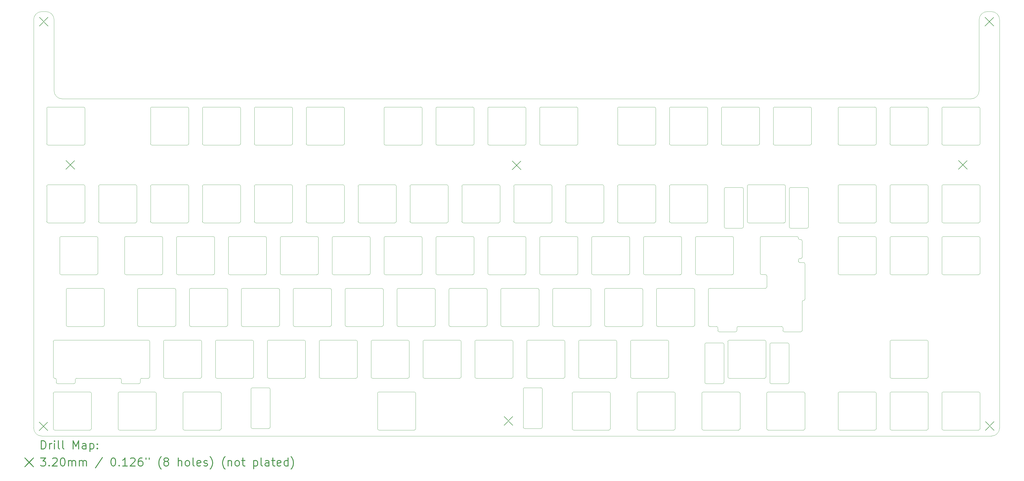
<source format=gbr>
%FSLAX45Y45*%
G04 Gerber Fmt 4.5, Leading zero omitted, Abs format (unit mm)*
G04 Created by KiCad (PCBNEW (5.1.9)-1) date 2021-05-22 18:04:57*
%MOMM*%
%LPD*%
G01*
G04 APERTURE LIST*
%TA.AperFunction,Profile*%
%ADD10C,0.100000*%
%TD*%
%ADD11C,0.200000*%
%ADD12C,0.300000*%
G04 APERTURE END LIST*
D10*
X38202500Y-8878500D02*
G75*
G02*
X37902500Y-9178500I-300000J0D01*
G01*
X38202500Y-6268500D02*
X38202500Y-8878500D01*
X4542500Y-9178500D02*
X37902500Y-9178500D01*
X4542500Y-9178500D02*
G75*
G02*
X4242500Y-8878500I0J300000D01*
G01*
X4242500Y-6268500D02*
X4242500Y-8878500D01*
X3942500Y-5968500D02*
G75*
G02*
X4242500Y-6268500I0J-300000D01*
G01*
X38202500Y-6268500D02*
G75*
G02*
X38502500Y-5968500I300000J0D01*
G01*
X38652500Y-5968500D02*
X38502500Y-5968500D01*
X3792500Y-5968500D02*
X3942500Y-5968500D01*
X38952500Y-6268500D02*
X38952500Y-21278500D01*
X5021075Y-19501000D02*
G75*
G02*
X5071075Y-19451000I50000J0D01*
G01*
X4260875Y-18051000D02*
X7704000Y-18051000D01*
X30997450Y-17596100D02*
X30997450Y-17696000D01*
X31704625Y-16643094D02*
G75*
G02*
X31754625Y-16593094I50000J0D01*
G01*
X29309832Y-17596102D02*
G75*
G02*
X29359832Y-17546102I50000J0D01*
G01*
X29309825Y-17696000D02*
X29309832Y-17596102D01*
X28559732Y-17546102D02*
G75*
G02*
X28609732Y-17596102I0J-50000D01*
G01*
X28609825Y-17696000D02*
X28609732Y-17596102D01*
X30404750Y-16095978D02*
X30404750Y-15687000D01*
X30404750Y-16095978D02*
G75*
G02*
X30354750Y-16145978I-50000J0D01*
G01*
X30354750Y-15637000D02*
X30214750Y-15637000D01*
X30214750Y-15637000D02*
G75*
G02*
X30164750Y-15587000I0J50000D01*
G01*
X30354750Y-15637000D02*
G75*
G02*
X30404750Y-15687000I0J-50000D01*
G01*
X31615000Y-15193500D02*
G75*
G02*
X31565000Y-15143500I0J50000D01*
G01*
X31654625Y-15049700D02*
X31615000Y-15049700D01*
X31565000Y-15099700D02*
G75*
G02*
X31615000Y-15049700I50000J0D01*
G01*
X31615000Y-14350000D02*
G75*
G02*
X31565000Y-14300000I0J50000D01*
G01*
X31565000Y-15143500D02*
X31565000Y-15099700D01*
X31515000Y-14238000D02*
G75*
G02*
X31565000Y-14288000I0J-50000D01*
G01*
X30164750Y-15587000D02*
X30165000Y-14288000D01*
X31565000Y-14288000D02*
X31565000Y-14300000D01*
X30215000Y-14238000D02*
X31515000Y-14238000D01*
X7408675Y-19501000D02*
G75*
G02*
X7458675Y-19451000I50000J0D01*
G01*
X7704000Y-19451000D02*
X7458675Y-19451000D01*
X7408675Y-19601000D02*
X7408675Y-19501000D01*
X6708675Y-19501000D02*
X6708675Y-19601000D01*
X6658675Y-19451000D02*
G75*
G02*
X6708675Y-19501000I0J-50000D01*
G01*
X6658675Y-19451000D02*
X5071075Y-19451000D01*
X5021075Y-19601000D02*
X5021075Y-19501000D01*
X4321075Y-19501000D02*
X4321075Y-19601000D01*
X4260875Y-19451000D02*
X4271075Y-19451000D01*
X4271075Y-19451000D02*
G75*
G02*
X4321075Y-19501000I0J-50000D01*
G01*
X4371075Y-19651000D02*
X4971075Y-19651000D01*
X29309825Y-17696000D02*
G75*
G02*
X29259825Y-17746000I-50000J0D01*
G01*
X31704625Y-17695924D02*
G75*
G02*
X31654625Y-17745924I-50000J0D01*
G01*
X6758675Y-19651000D02*
G75*
G02*
X6708675Y-19601000I0J50000D01*
G01*
X7408675Y-19601000D02*
G75*
G02*
X7358675Y-19651000I-50000J0D01*
G01*
X28659825Y-17746000D02*
X29259825Y-17746000D01*
X6758675Y-19651000D02*
X7358675Y-19651000D01*
X31047425Y-17746000D02*
G75*
G02*
X30997425Y-17696000I0J50000D01*
G01*
X5021075Y-19601000D02*
G75*
G02*
X4971075Y-19651000I-50000J0D01*
G01*
X4371075Y-19651000D02*
G75*
G02*
X4321075Y-19601000I0J50000D01*
G01*
X28659825Y-17746000D02*
G75*
G02*
X28609825Y-17696000I0J50000D01*
G01*
X30947450Y-17546100D02*
G75*
G02*
X30997450Y-17596100I0J-50000D01*
G01*
X31047610Y-17745962D02*
X31654625Y-17745924D01*
X29359832Y-17546102D02*
X30947450Y-17546100D01*
X31654625Y-14349700D02*
X31615000Y-14350000D01*
X27785250Y-14291000D02*
G75*
G02*
X27835250Y-14241000I50000J0D01*
G01*
X29185250Y-15591000D02*
G75*
G02*
X29135250Y-15641000I-50000J0D01*
G01*
X34929000Y-14291000D02*
X34929000Y-15591000D01*
X34424000Y-15591000D02*
G75*
G02*
X34374000Y-15641000I-50000J0D01*
G01*
X31704625Y-16643094D02*
X31704625Y-17695924D01*
X36329000Y-15591000D02*
G75*
G02*
X36279000Y-15641000I-50000J0D01*
G01*
X30165000Y-14288000D02*
G75*
G02*
X30215000Y-14238000I50000J0D01*
G01*
X31754625Y-15193500D02*
X31615000Y-15193500D01*
X36279000Y-14241000D02*
G75*
G02*
X36329000Y-14291000I0J-50000D01*
G01*
X36329000Y-14291000D02*
X36329000Y-15591000D01*
X31654625Y-14349700D02*
G75*
G02*
X31704625Y-14399700I0J-50000D01*
G01*
X31704625Y-14399700D02*
X31704625Y-14999700D01*
X31804625Y-16543094D02*
G75*
G02*
X31754625Y-16593094I-50000J0D01*
G01*
X34424000Y-14291000D02*
X34424000Y-15591000D01*
X33074000Y-15641000D02*
X34374000Y-15641000D01*
X31704625Y-14999700D02*
G75*
G02*
X31654625Y-15049700I-50000J0D01*
G01*
X31804625Y-15243500D02*
X31804625Y-16543094D01*
X29135250Y-14241000D02*
G75*
G02*
X29185250Y-14291000I0J-50000D01*
G01*
X34929000Y-14291000D02*
G75*
G02*
X34979000Y-14241000I50000J0D01*
G01*
X27835250Y-15641000D02*
G75*
G02*
X27785250Y-15591000I0J50000D01*
G01*
X33074000Y-15641000D02*
G75*
G02*
X33024000Y-15591000I0J50000D01*
G01*
X31754625Y-15193500D02*
G75*
G02*
X31804625Y-15243500I0J-50000D01*
G01*
X34979000Y-15641000D02*
X36279000Y-15641000D01*
X33024000Y-14291000D02*
X33024000Y-15591000D01*
X36884000Y-14241000D02*
X38184000Y-14241000D01*
X36884000Y-15641000D02*
G75*
G02*
X36834000Y-15591000I0J50000D01*
G01*
X38184000Y-14241000D02*
G75*
G02*
X38234000Y-14291000I0J-50000D01*
G01*
X34374000Y-14241000D02*
G75*
G02*
X34424000Y-14291000I0J-50000D01*
G01*
X36834000Y-14291000D02*
G75*
G02*
X36884000Y-14241000I50000J0D01*
G01*
X34979000Y-15641000D02*
G75*
G02*
X34929000Y-15591000I0J50000D01*
G01*
X38234000Y-14291000D02*
X38234000Y-15591000D01*
X33074000Y-14241000D02*
X34374000Y-14241000D01*
X36834000Y-14291000D02*
X36834000Y-15591000D01*
X36884000Y-15641000D02*
X38184000Y-15641000D01*
X34979000Y-14241000D02*
X36279000Y-14241000D01*
X33024000Y-14291000D02*
G75*
G02*
X33074000Y-14241000I50000J0D01*
G01*
X27230250Y-14241000D02*
G75*
G02*
X27280250Y-14291000I0J-50000D01*
G01*
X20215250Y-15641000D02*
X21515250Y-15641000D01*
X18260250Y-14291000D02*
G75*
G02*
X18310250Y-14241000I50000J0D01*
G01*
X25880250Y-14291000D02*
X25880250Y-15591000D01*
X19610250Y-14241000D02*
G75*
G02*
X19660250Y-14291000I0J-50000D01*
G01*
X19660250Y-14291000D02*
X19660250Y-15591000D01*
X16355250Y-14291000D02*
G75*
G02*
X16405250Y-14241000I50000J0D01*
G01*
X16405250Y-14241000D02*
X17705250Y-14241000D01*
X20165250Y-14291000D02*
X20165250Y-15591000D01*
X20215250Y-15641000D02*
G75*
G02*
X20165250Y-15591000I0J50000D01*
G01*
X17705250Y-14241000D02*
G75*
G02*
X17755250Y-14291000I0J-50000D01*
G01*
X24025250Y-14241000D02*
X25325250Y-14241000D01*
X25930250Y-15641000D02*
G75*
G02*
X25880250Y-15591000I0J50000D01*
G01*
X27835250Y-14241000D02*
X29135250Y-14241000D01*
X20165250Y-14291000D02*
G75*
G02*
X20215250Y-14241000I50000J0D01*
G01*
X16405250Y-15641000D02*
G75*
G02*
X16355250Y-15591000I0J50000D01*
G01*
X25930250Y-14241000D02*
X27230250Y-14241000D01*
X23420250Y-14241000D02*
G75*
G02*
X23470250Y-14291000I0J-50000D01*
G01*
X14450250Y-14291000D02*
G75*
G02*
X14500250Y-14241000I50000J0D01*
G01*
X16355250Y-14291000D02*
X16355250Y-15591000D01*
X12545250Y-14291000D02*
G75*
G02*
X12595250Y-14241000I50000J0D01*
G01*
X15850250Y-15591000D02*
G75*
G02*
X15800250Y-15641000I-50000J0D01*
G01*
X16405250Y-15641000D02*
X17705250Y-15641000D01*
X27280250Y-14291000D02*
X27280250Y-15591000D01*
X21565250Y-15591000D02*
G75*
G02*
X21515250Y-15641000I-50000J0D01*
G01*
X14500250Y-14241000D02*
X15800250Y-14241000D01*
X21565250Y-14291000D02*
X21565250Y-15591000D01*
X18310250Y-15641000D02*
G75*
G02*
X18260250Y-15591000I0J50000D01*
G01*
X20215250Y-14241000D02*
X21515250Y-14241000D01*
X12595250Y-15641000D02*
G75*
G02*
X12545250Y-15591000I0J50000D01*
G01*
X27785250Y-14291000D02*
X27785250Y-15591000D01*
X14500250Y-15641000D02*
X15800250Y-15641000D01*
X23470250Y-14291000D02*
X23470250Y-15591000D01*
X25880250Y-14291000D02*
G75*
G02*
X25930250Y-14241000I50000J0D01*
G01*
X25930250Y-15641000D02*
X27230250Y-15641000D01*
X25375250Y-15591000D02*
G75*
G02*
X25325250Y-15641000I-50000J0D01*
G01*
X24025250Y-15641000D02*
G75*
G02*
X23975250Y-15591000I0J50000D01*
G01*
X13895250Y-14241000D02*
G75*
G02*
X13945250Y-14291000I0J-50000D01*
G01*
X25325250Y-14241000D02*
G75*
G02*
X25375250Y-14291000I0J-50000D01*
G01*
X14500250Y-15641000D02*
G75*
G02*
X14450250Y-15591000I0J50000D01*
G01*
X22120250Y-15641000D02*
X23420250Y-15641000D01*
X21515250Y-14241000D02*
G75*
G02*
X21565250Y-14291000I0J-50000D01*
G01*
X23975250Y-14291000D02*
G75*
G02*
X24025250Y-14241000I50000J0D01*
G01*
X25375250Y-14291000D02*
X25375250Y-15591000D01*
X19660250Y-15591000D02*
G75*
G02*
X19610250Y-15641000I-50000J0D01*
G01*
X23975250Y-14291000D02*
X23975250Y-15591000D01*
X24025250Y-15641000D02*
X25325250Y-15641000D01*
X23470250Y-15591000D02*
G75*
G02*
X23420250Y-15641000I-50000J0D01*
G01*
X18260250Y-14291000D02*
X18260250Y-15591000D01*
X17755250Y-15591000D02*
G75*
G02*
X17705250Y-15641000I-50000J0D01*
G01*
X17755250Y-14291000D02*
X17755250Y-15591000D01*
X22120250Y-15641000D02*
G75*
G02*
X22070250Y-15591000I0J50000D01*
G01*
X22070250Y-14291000D02*
X22070250Y-15591000D01*
X22120250Y-14241000D02*
X23420250Y-14241000D01*
X15800250Y-14241000D02*
G75*
G02*
X15850250Y-14291000I0J-50000D01*
G01*
X15850250Y-14291000D02*
X15850250Y-15591000D01*
X13945250Y-15591000D02*
G75*
G02*
X13895250Y-15641000I-50000J0D01*
G01*
X18310250Y-14241000D02*
X19610250Y-14241000D01*
X29185250Y-14291000D02*
X29185250Y-15591000D01*
X14450250Y-14291000D02*
X14450250Y-15591000D01*
X27835250Y-15641000D02*
X29135250Y-15641000D01*
X18310250Y-15641000D02*
X19610250Y-15641000D01*
X22070250Y-14291000D02*
G75*
G02*
X22120250Y-14241000I50000J0D01*
G01*
X27280250Y-15591000D02*
G75*
G02*
X27230250Y-15641000I-50000J0D01*
G01*
X12040250Y-15591000D02*
G75*
G02*
X11990250Y-15641000I-50000J0D01*
G01*
X34979000Y-13736000D02*
G75*
G02*
X34929000Y-13686000I0J50000D01*
G01*
X10690250Y-15641000D02*
G75*
G02*
X10640250Y-15591000I0J50000D01*
G01*
X11990250Y-14241000D02*
G75*
G02*
X12040250Y-14291000I0J-50000D01*
G01*
X10640250Y-14291000D02*
G75*
G02*
X10690250Y-14241000I50000J0D01*
G01*
X6880250Y-15641000D02*
X8180250Y-15641000D01*
X34979000Y-13736000D02*
X36279000Y-13736000D01*
X5799000Y-14241000D02*
G75*
G02*
X5849000Y-14291000I0J-50000D01*
G01*
X12040250Y-14291000D02*
X12040250Y-15591000D01*
X8180250Y-14241000D02*
G75*
G02*
X8230250Y-14291000I0J-50000D01*
G01*
X6830250Y-14291000D02*
X6830250Y-15591000D01*
X10640250Y-14291000D02*
X10640250Y-15591000D01*
X36329000Y-13686000D02*
G75*
G02*
X36279000Y-13736000I-50000J0D01*
G01*
X10690250Y-15641000D02*
X11990250Y-15641000D01*
X8785250Y-15641000D02*
G75*
G02*
X8735250Y-15591000I0J50000D01*
G01*
X10135250Y-14291000D02*
X10135250Y-15591000D01*
X5849000Y-15591000D02*
G75*
G02*
X5799000Y-15641000I-50000J0D01*
G01*
X4499000Y-15641000D02*
X5799000Y-15641000D01*
X34979000Y-12336000D02*
X36279000Y-12336000D01*
X4499000Y-15641000D02*
G75*
G02*
X4449000Y-15591000I0J50000D01*
G01*
X36884000Y-13736000D02*
X38184000Y-13736000D01*
X4449000Y-14291000D02*
G75*
G02*
X4499000Y-14241000I50000J0D01*
G01*
X34424000Y-12386000D02*
X34424000Y-13686000D01*
X33074000Y-12336000D02*
X34374000Y-12336000D01*
X10690250Y-14241000D02*
X11990250Y-14241000D01*
X38184000Y-12336000D02*
G75*
G02*
X38234000Y-12386000I0J-50000D01*
G01*
X10135250Y-15591000D02*
G75*
G02*
X10085250Y-15641000I-50000J0D01*
G01*
X34424000Y-13686000D02*
G75*
G02*
X34374000Y-13736000I-50000J0D01*
G01*
X6880250Y-15641000D02*
G75*
G02*
X6830250Y-15591000I0J50000D01*
G01*
X38234000Y-12386000D02*
X38234000Y-13686000D01*
X10085250Y-14241000D02*
G75*
G02*
X10135250Y-14291000I0J-50000D01*
G01*
X36884000Y-13736000D02*
G75*
G02*
X36834000Y-13686000I0J50000D01*
G01*
X36884000Y-12336000D02*
X38184000Y-12336000D01*
X8785250Y-15641000D02*
X10085250Y-15641000D01*
X8230250Y-14291000D02*
X8230250Y-15591000D01*
X8230250Y-15591000D02*
G75*
G02*
X8180250Y-15641000I-50000J0D01*
G01*
X36834000Y-12386000D02*
X36834000Y-13686000D01*
X28846450Y-12486000D02*
G75*
G02*
X28896450Y-12436000I50000J0D01*
G01*
X8785250Y-14241000D02*
X10085250Y-14241000D01*
X5849000Y-14291000D02*
X5849000Y-15591000D01*
X36279000Y-12336000D02*
G75*
G02*
X36329000Y-12386000I0J-50000D01*
G01*
X33024000Y-12386000D02*
G75*
G02*
X33074000Y-12336000I50000J0D01*
G01*
X28896450Y-13936000D02*
G75*
G02*
X28846450Y-13886000I0J50000D01*
G01*
X29496450Y-12436000D02*
G75*
G02*
X29546450Y-12486000I0J-50000D01*
G01*
X33074000Y-13736000D02*
G75*
G02*
X33024000Y-13686000I0J50000D01*
G01*
X33024000Y-12386000D02*
X33024000Y-13686000D01*
X34929000Y-12386000D02*
G75*
G02*
X34979000Y-12336000I50000J0D01*
G01*
X8735250Y-14291000D02*
G75*
G02*
X8785250Y-14241000I50000J0D01*
G01*
X6830250Y-14291000D02*
G75*
G02*
X6880250Y-14241000I50000J0D01*
G01*
X6880250Y-14241000D02*
X8180250Y-14241000D01*
X33074000Y-13736000D02*
X34374000Y-13736000D01*
X36329000Y-12386000D02*
X36329000Y-13686000D01*
X8735250Y-14291000D02*
X8735250Y-15591000D01*
X4449000Y-14291000D02*
X4449000Y-15591000D01*
X4499000Y-14241000D02*
X5799000Y-14241000D01*
X36834000Y-12386000D02*
G75*
G02*
X36884000Y-12336000I50000J0D01*
G01*
X34374000Y-12336000D02*
G75*
G02*
X34424000Y-12386000I0J-50000D01*
G01*
X38234000Y-13686000D02*
G75*
G02*
X38184000Y-13736000I-50000J0D01*
G01*
X29546450Y-13886000D02*
G75*
G02*
X29496450Y-13936000I-50000J0D01*
G01*
X34929000Y-12386000D02*
X34929000Y-13686000D01*
X13945250Y-14291000D02*
X13945250Y-15591000D01*
X12545250Y-14291000D02*
X12545250Y-15591000D01*
X12595250Y-15641000D02*
X13895250Y-15641000D01*
X12595250Y-14241000D02*
X13895250Y-14241000D01*
X21117750Y-12386000D02*
G75*
G02*
X21167750Y-12336000I50000J0D01*
G01*
X23022750Y-12386000D02*
G75*
G02*
X23072750Y-12336000I50000J0D01*
G01*
X21117750Y-12386000D02*
X21117750Y-13686000D01*
X23072750Y-13736000D02*
X24372750Y-13736000D01*
X29740250Y-12336000D02*
X31040250Y-12336000D01*
X20612750Y-13686000D02*
G75*
G02*
X20562750Y-13736000I-50000J0D01*
G01*
X26327750Y-13686000D02*
G75*
G02*
X26277750Y-13736000I-50000J0D01*
G01*
X26327750Y-12386000D02*
X26327750Y-13686000D01*
X26882750Y-12336000D02*
X28182750Y-12336000D01*
X26277750Y-12336000D02*
G75*
G02*
X26327750Y-12386000I0J-50000D01*
G01*
X21167750Y-13736000D02*
G75*
G02*
X21117750Y-13686000I0J50000D01*
G01*
X18657750Y-12336000D02*
G75*
G02*
X18707750Y-12386000I0J-50000D01*
G01*
X22517750Y-12386000D02*
X22517750Y-13686000D01*
X28896450Y-12436000D02*
X29496450Y-12436000D01*
X31234050Y-12486000D02*
G75*
G02*
X31284050Y-12436000I50000J0D01*
G01*
X31284050Y-12436000D02*
X31884050Y-12436000D01*
X31090250Y-12386000D02*
X31090250Y-13686000D01*
X24422750Y-13686000D02*
G75*
G02*
X24372750Y-13736000I-50000J0D01*
G01*
X20562750Y-12336000D02*
G75*
G02*
X20612750Y-12386000I0J-50000D01*
G01*
X29740250Y-13736000D02*
G75*
G02*
X29690250Y-13686000I0J50000D01*
G01*
X29740250Y-13736000D02*
X31040250Y-13736000D01*
X28232750Y-12386000D02*
X28232750Y-13686000D01*
X26882750Y-13736000D02*
X28182750Y-13736000D01*
X24977750Y-13736000D02*
G75*
G02*
X24927750Y-13686000I0J50000D01*
G01*
X22467750Y-12336000D02*
G75*
G02*
X22517750Y-12386000I0J-50000D01*
G01*
X21167750Y-12336000D02*
X22467750Y-12336000D01*
X24927750Y-12386000D02*
X24927750Y-13686000D01*
X24977750Y-12336000D02*
X26277750Y-12336000D01*
X28182750Y-12336000D02*
G75*
G02*
X28232750Y-12386000I0J-50000D01*
G01*
X23072750Y-13736000D02*
G75*
G02*
X23022750Y-13686000I0J50000D01*
G01*
X26832750Y-12386000D02*
G75*
G02*
X26882750Y-12336000I50000J0D01*
G01*
X29690250Y-12386000D02*
X29690250Y-13686000D01*
X26882750Y-13736000D02*
G75*
G02*
X26832750Y-13686000I0J50000D01*
G01*
X22517750Y-13686000D02*
G75*
G02*
X22467750Y-13736000I-50000J0D01*
G01*
X19262750Y-13736000D02*
G75*
G02*
X19212750Y-13686000I0J50000D01*
G01*
X26832750Y-12386000D02*
X26832750Y-13686000D01*
X24372750Y-12336000D02*
G75*
G02*
X24422750Y-12386000I0J-50000D01*
G01*
X23022750Y-12386000D02*
X23022750Y-13686000D01*
X19212750Y-12386000D02*
X19212750Y-13686000D01*
X31934050Y-12486000D02*
X31934050Y-13886000D01*
X31090250Y-13686000D02*
G75*
G02*
X31040250Y-13736000I-50000J0D01*
G01*
X24422750Y-12386000D02*
X24422750Y-13686000D01*
X24977750Y-13736000D02*
X26277750Y-13736000D01*
X21167750Y-13736000D02*
X22467750Y-13736000D01*
X19212750Y-12386000D02*
G75*
G02*
X19262750Y-12336000I50000J0D01*
G01*
X20612750Y-12386000D02*
X20612750Y-13686000D01*
X17357750Y-13736000D02*
G75*
G02*
X17307750Y-13686000I0J50000D01*
G01*
X17307750Y-12386000D02*
G75*
G02*
X17357750Y-12336000I50000J0D01*
G01*
X31284050Y-13936000D02*
G75*
G02*
X31234050Y-13886000I0J50000D01*
G01*
X24927750Y-12386000D02*
G75*
G02*
X24977750Y-12336000I50000J0D01*
G01*
X23072750Y-12336000D02*
X24372750Y-12336000D01*
X31234050Y-12486000D02*
X31234050Y-13886000D01*
X19262750Y-13736000D02*
X20562750Y-13736000D01*
X18707750Y-13686000D02*
G75*
G02*
X18657750Y-13736000I-50000J0D01*
G01*
X29546450Y-12486000D02*
X29546450Y-13886000D01*
X28846450Y-12486000D02*
X28846450Y-13886000D01*
X19262750Y-12336000D02*
X20562750Y-12336000D01*
X31040250Y-12336000D02*
G75*
G02*
X31090250Y-12386000I0J-50000D01*
G01*
X28896450Y-13936000D02*
X29496450Y-13936000D01*
X31934050Y-13886000D02*
G75*
G02*
X31884050Y-13936000I-50000J0D01*
G01*
X31884050Y-12436000D02*
G75*
G02*
X31934050Y-12486000I0J-50000D01*
G01*
X31284050Y-13936000D02*
X31884050Y-13936000D01*
X29690250Y-12386000D02*
G75*
G02*
X29740250Y-12336000I50000J0D01*
G01*
X28232750Y-13686000D02*
G75*
G02*
X28182750Y-13736000I-50000J0D01*
G01*
X9182750Y-13686000D02*
G75*
G02*
X9132750Y-13736000I-50000J0D01*
G01*
X38234000Y-10828500D02*
G75*
G02*
X38184000Y-10878500I-50000J0D01*
G01*
X5927750Y-13736000D02*
X7227750Y-13736000D01*
X5322750Y-12336000D02*
G75*
G02*
X5372750Y-12386000I0J-50000D01*
G01*
X3972750Y-12386000D02*
G75*
G02*
X4022750Y-12336000I50000J0D01*
G01*
X17307750Y-12386000D02*
X17307750Y-13686000D01*
X13497750Y-12386000D02*
X13497750Y-13686000D01*
X13547750Y-12336000D02*
X14847750Y-12336000D01*
X14897750Y-13686000D02*
G75*
G02*
X14847750Y-13736000I-50000J0D01*
G01*
X7227750Y-12336000D02*
G75*
G02*
X7277750Y-12386000I0J-50000D01*
G01*
X16802750Y-12386000D02*
X16802750Y-13686000D01*
X38184000Y-9478500D02*
G75*
G02*
X38234000Y-9528500I0J-50000D01*
G01*
X17357750Y-12336000D02*
X18657750Y-12336000D01*
X15452750Y-13736000D02*
X16752750Y-13736000D01*
X5877750Y-12386000D02*
G75*
G02*
X5927750Y-12336000I50000J0D01*
G01*
X12992750Y-12386000D02*
X12992750Y-13686000D01*
X15402750Y-12386000D02*
G75*
G02*
X15452750Y-12336000I50000J0D01*
G01*
X15452750Y-12336000D02*
X16752750Y-12336000D01*
X11642750Y-12336000D02*
X12942750Y-12336000D01*
X7832750Y-13736000D02*
X9132750Y-13736000D01*
X9737750Y-13736000D02*
X11037750Y-13736000D01*
X14847750Y-12336000D02*
G75*
G02*
X14897750Y-12386000I0J-50000D01*
G01*
X14897750Y-12386000D02*
X14897750Y-13686000D01*
X9182750Y-12386000D02*
X9182750Y-13686000D01*
X7782750Y-12386000D02*
G75*
G02*
X7832750Y-12336000I50000J0D01*
G01*
X11592750Y-12386000D02*
X11592750Y-13686000D01*
X11642750Y-13736000D02*
X12942750Y-13736000D01*
X11037750Y-12336000D02*
G75*
G02*
X11087750Y-12386000I0J-50000D01*
G01*
X11087750Y-13686000D02*
G75*
G02*
X11037750Y-13736000I-50000J0D01*
G01*
X9687750Y-12386000D02*
G75*
G02*
X9737750Y-12336000I50000J0D01*
G01*
X5927750Y-13736000D02*
G75*
G02*
X5877750Y-13686000I0J50000D01*
G01*
X5877750Y-12386000D02*
X5877750Y-13686000D01*
X36884000Y-10878500D02*
G75*
G02*
X36834000Y-10828500I0J50000D01*
G01*
X9737750Y-12336000D02*
X11037750Y-12336000D01*
X4022750Y-13736000D02*
X5322750Y-13736000D01*
X7277750Y-13686000D02*
G75*
G02*
X7227750Y-13736000I-50000J0D01*
G01*
X15452750Y-13736000D02*
G75*
G02*
X15402750Y-13686000I0J50000D01*
G01*
X15402750Y-12386000D02*
X15402750Y-13686000D01*
X13497750Y-12386000D02*
G75*
G02*
X13547750Y-12336000I50000J0D01*
G01*
X11087750Y-12386000D02*
X11087750Y-13686000D01*
X36834000Y-9528500D02*
G75*
G02*
X36884000Y-9478500I50000J0D01*
G01*
X4022750Y-12336000D02*
X5322750Y-12336000D01*
X5372750Y-13686000D02*
G75*
G02*
X5322750Y-13736000I-50000J0D01*
G01*
X9687750Y-12386000D02*
X9687750Y-13686000D01*
X9132750Y-12336000D02*
G75*
G02*
X9182750Y-12386000I0J-50000D01*
G01*
X12992750Y-13686000D02*
G75*
G02*
X12942750Y-13736000I-50000J0D01*
G01*
X7832750Y-13736000D02*
G75*
G02*
X7782750Y-13686000I0J50000D01*
G01*
X5927750Y-12336000D02*
X7227750Y-12336000D01*
X4022750Y-13736000D02*
G75*
G02*
X3972750Y-13686000I0J50000D01*
G01*
X7832750Y-12336000D02*
X9132750Y-12336000D01*
X11592750Y-12386000D02*
G75*
G02*
X11642750Y-12336000I50000J0D01*
G01*
X18707750Y-12386000D02*
X18707750Y-13686000D01*
X7782750Y-12386000D02*
X7782750Y-13686000D01*
X16752750Y-12336000D02*
G75*
G02*
X16802750Y-12386000I0J-50000D01*
G01*
X9737750Y-13736000D02*
G75*
G02*
X9687750Y-13686000I0J50000D01*
G01*
X17357750Y-13736000D02*
X18657750Y-13736000D01*
X16802750Y-13686000D02*
G75*
G02*
X16752750Y-13736000I-50000J0D01*
G01*
X12942750Y-12336000D02*
G75*
G02*
X12992750Y-12386000I0J-50000D01*
G01*
X13547750Y-13736000D02*
G75*
G02*
X13497750Y-13686000I0J50000D01*
G01*
X11642750Y-13736000D02*
G75*
G02*
X11592750Y-13686000I0J50000D01*
G01*
X7277750Y-12386000D02*
X7277750Y-13686000D01*
X3972750Y-12386000D02*
X3972750Y-13686000D01*
X5372750Y-12386000D02*
X5372750Y-13686000D01*
X13547750Y-13736000D02*
X14847750Y-13736000D01*
X34979000Y-9478500D02*
X36279000Y-9478500D01*
X33024000Y-9528500D02*
G75*
G02*
X33074000Y-9478500I50000J0D01*
G01*
X34979000Y-10878500D02*
X36279000Y-10878500D01*
X32042750Y-10828500D02*
G75*
G02*
X31992750Y-10878500I-50000J0D01*
G01*
X38234000Y-9528500D02*
X38234000Y-10828500D01*
X36884000Y-9478500D02*
X38184000Y-9478500D01*
X34979000Y-10878500D02*
G75*
G02*
X34929000Y-10828500I0J50000D01*
G01*
X36329000Y-9528500D02*
X36329000Y-10828500D01*
X34424000Y-10828500D02*
G75*
G02*
X34374000Y-10878500I-50000J0D01*
G01*
X26882750Y-10878500D02*
X28182750Y-10878500D01*
X24927750Y-9528500D02*
X24927750Y-10828500D01*
X33074000Y-10878500D02*
X34374000Y-10878500D01*
X26832750Y-9528500D02*
X26832750Y-10828500D01*
X32042750Y-9528500D02*
X32042750Y-10828500D01*
X24977750Y-10878500D02*
G75*
G02*
X24927750Y-10828500I0J50000D01*
G01*
X30137750Y-9528500D02*
X30137750Y-10828500D01*
X34374000Y-9478500D02*
G75*
G02*
X34424000Y-9528500I0J-50000D01*
G01*
X24927750Y-9528500D02*
G75*
G02*
X24977750Y-9478500I50000J0D01*
G01*
X33024000Y-9528500D02*
X33024000Y-10828500D01*
X30692750Y-10878500D02*
G75*
G02*
X30642750Y-10828500I0J50000D01*
G01*
X33074000Y-10878500D02*
G75*
G02*
X33024000Y-10828500I0J50000D01*
G01*
X21565250Y-10828500D02*
G75*
G02*
X21515250Y-10878500I-50000J0D01*
G01*
X34929000Y-9528500D02*
G75*
G02*
X34979000Y-9478500I50000J0D01*
G01*
X30692750Y-9478500D02*
X31992750Y-9478500D01*
X34929000Y-9528500D02*
X34929000Y-10828500D01*
X30642750Y-9528500D02*
G75*
G02*
X30692750Y-9478500I50000J0D01*
G01*
X28182750Y-9478500D02*
G75*
G02*
X28232750Y-9528500I0J-50000D01*
G01*
X28737750Y-9528500D02*
G75*
G02*
X28787750Y-9478500I50000J0D01*
G01*
X26327750Y-10828500D02*
G75*
G02*
X26277750Y-10878500I-50000J0D01*
G01*
X22120250Y-10878500D02*
X23420250Y-10878500D01*
X36834000Y-9528500D02*
X36834000Y-10828500D01*
X30642750Y-9528500D02*
X30642750Y-10828500D01*
X36884000Y-10878500D02*
X38184000Y-10878500D01*
X33074000Y-9478500D02*
X34374000Y-9478500D01*
X23470250Y-9528500D02*
X23470250Y-10828500D01*
X34424000Y-9528500D02*
X34424000Y-10828500D01*
X30137750Y-10828500D02*
G75*
G02*
X30087750Y-10878500I-50000J0D01*
G01*
X26832750Y-9528500D02*
G75*
G02*
X26882750Y-9478500I50000J0D01*
G01*
X28787750Y-10878500D02*
X30087750Y-10878500D01*
X28232750Y-10828500D02*
G75*
G02*
X28182750Y-10878500I-50000J0D01*
G01*
X22120250Y-10878500D02*
G75*
G02*
X22070250Y-10828500I0J50000D01*
G01*
X20215250Y-10878500D02*
G75*
G02*
X20165250Y-10828500I0J50000D01*
G01*
X22120250Y-9478500D02*
X23420250Y-9478500D01*
X23420250Y-9478500D02*
G75*
G02*
X23470250Y-9528500I0J-50000D01*
G01*
X31992750Y-9478500D02*
G75*
G02*
X32042750Y-9528500I0J-50000D01*
G01*
X30087750Y-9478500D02*
G75*
G02*
X30137750Y-9528500I0J-50000D01*
G01*
X24977750Y-9478500D02*
X26277750Y-9478500D01*
X28737750Y-9528500D02*
X28737750Y-10828500D01*
X26327750Y-9528500D02*
X26327750Y-10828500D01*
X30692750Y-10878500D02*
X31992750Y-10878500D01*
X28787750Y-10878500D02*
G75*
G02*
X28737750Y-10828500I0J50000D01*
G01*
X26882750Y-10878500D02*
G75*
G02*
X26832750Y-10828500I0J50000D01*
G01*
X28232750Y-9528500D02*
X28232750Y-10828500D01*
X23470250Y-10828500D02*
G75*
G02*
X23420250Y-10878500I-50000J0D01*
G01*
X26277750Y-9478500D02*
G75*
G02*
X26327750Y-9528500I0J-50000D01*
G01*
X22070250Y-9528500D02*
X22070250Y-10828500D01*
X22070250Y-9528500D02*
G75*
G02*
X22120250Y-9478500I50000J0D01*
G01*
X20165250Y-9528500D02*
G75*
G02*
X20215250Y-9478500I50000J0D01*
G01*
X24977750Y-10878500D02*
X26277750Y-10878500D01*
X21515250Y-9478500D02*
G75*
G02*
X21565250Y-9528500I0J-50000D01*
G01*
X36329000Y-10828500D02*
G75*
G02*
X36279000Y-10878500I-50000J0D01*
G01*
X28787750Y-9478500D02*
X30087750Y-9478500D01*
X26882750Y-9478500D02*
X28182750Y-9478500D01*
X36279000Y-9478500D02*
G75*
G02*
X36329000Y-9528500I0J-50000D01*
G01*
X14847750Y-9478500D02*
G75*
G02*
X14897750Y-9528500I0J-50000D01*
G01*
X9182750Y-9528500D02*
X9182750Y-10828500D01*
X4022750Y-10878500D02*
G75*
G02*
X3972750Y-10828500I0J50000D01*
G01*
X19660250Y-9528500D02*
X19660250Y-10828500D01*
X18310250Y-9478500D02*
X19610250Y-9478500D01*
X5372750Y-10828500D02*
G75*
G02*
X5322750Y-10878500I-50000J0D01*
G01*
X5322750Y-9478500D02*
G75*
G02*
X5372750Y-9528500I0J-50000D01*
G01*
X7782750Y-9528500D02*
G75*
G02*
X7832750Y-9478500I50000J0D01*
G01*
X9737750Y-9478500D02*
X11037750Y-9478500D01*
X11592750Y-9528500D02*
X11592750Y-10828500D01*
X14897750Y-10828500D02*
G75*
G02*
X14847750Y-10878500I-50000J0D01*
G01*
X21565250Y-9528500D02*
X21565250Y-10828500D01*
X7832750Y-10878500D02*
G75*
G02*
X7782750Y-10828500I0J50000D01*
G01*
X4022750Y-9478500D02*
X5322750Y-9478500D01*
X20165250Y-9528500D02*
X20165250Y-10828500D01*
X17755250Y-9528500D02*
X17755250Y-10828500D01*
X13497750Y-9528500D02*
X13497750Y-10828500D01*
X11087750Y-10828500D02*
G75*
G02*
X11037750Y-10878500I-50000J0D01*
G01*
X20215250Y-10878500D02*
X21515250Y-10878500D01*
X20215250Y-9478500D02*
X21515250Y-9478500D01*
X19660250Y-10828500D02*
G75*
G02*
X19610250Y-10878500I-50000J0D01*
G01*
X16405250Y-9478500D02*
X17705250Y-9478500D01*
X9737750Y-10878500D02*
X11037750Y-10878500D01*
X9132750Y-9478500D02*
G75*
G02*
X9182750Y-9528500I0J-50000D01*
G01*
X7832750Y-9478500D02*
X9132750Y-9478500D01*
X7782750Y-9528500D02*
X7782750Y-10828500D01*
X16355250Y-9528500D02*
G75*
G02*
X16405250Y-9478500I50000J0D01*
G01*
X16405250Y-10878500D02*
X17705250Y-10878500D01*
X13547750Y-10878500D02*
G75*
G02*
X13497750Y-10828500I0J50000D01*
G01*
X11037750Y-9478500D02*
G75*
G02*
X11087750Y-9528500I0J-50000D01*
G01*
X19610250Y-9478500D02*
G75*
G02*
X19660250Y-9528500I0J-50000D01*
G01*
X13497750Y-9528500D02*
G75*
G02*
X13547750Y-9478500I50000J0D01*
G01*
X18260250Y-9528500D02*
X18260250Y-10828500D01*
X14897750Y-9528500D02*
X14897750Y-10828500D01*
X18310250Y-10878500D02*
X19610250Y-10878500D01*
X12992750Y-10828500D02*
G75*
G02*
X12942750Y-10878500I-50000J0D01*
G01*
X16405250Y-10878500D02*
G75*
G02*
X16355250Y-10828500I0J50000D01*
G01*
X11087750Y-9528500D02*
X11087750Y-10828500D01*
X9182750Y-10828500D02*
G75*
G02*
X9132750Y-10878500I-50000J0D01*
G01*
X17705250Y-9478500D02*
G75*
G02*
X17755250Y-9528500I0J-50000D01*
G01*
X13547750Y-10878500D02*
X14847750Y-10878500D01*
X7832750Y-10878500D02*
X9132750Y-10878500D01*
X13547750Y-9478500D02*
X14847750Y-9478500D01*
X12992750Y-9528500D02*
X12992750Y-10828500D01*
X11642750Y-10878500D02*
X12942750Y-10878500D01*
X3972750Y-9528500D02*
G75*
G02*
X4022750Y-9478500I50000J0D01*
G01*
X4022750Y-10878500D02*
X5322750Y-10878500D01*
X11642750Y-10878500D02*
G75*
G02*
X11592750Y-10828500I0J50000D01*
G01*
X11592750Y-9528500D02*
G75*
G02*
X11642750Y-9478500I50000J0D01*
G01*
X11642750Y-9478500D02*
X12942750Y-9478500D01*
X9687750Y-9528500D02*
X9687750Y-10828500D01*
X12942750Y-9478500D02*
G75*
G02*
X12992750Y-9528500I0J-50000D01*
G01*
X9687750Y-9528500D02*
G75*
G02*
X9737750Y-9478500I50000J0D01*
G01*
X3972750Y-9528500D02*
X3972750Y-10828500D01*
X18310250Y-10878500D02*
G75*
G02*
X18260250Y-10828500I0J50000D01*
G01*
X18260250Y-9528500D02*
G75*
G02*
X18310250Y-9478500I50000J0D01*
G01*
X17755250Y-10828500D02*
G75*
G02*
X17705250Y-10878500I-50000J0D01*
G01*
X5372750Y-9528500D02*
X5372750Y-10828500D01*
X9737750Y-10878500D02*
G75*
G02*
X9687750Y-10828500I0J50000D01*
G01*
X16355250Y-9528500D02*
X16355250Y-10828500D01*
X14371500Y-16146000D02*
G75*
G02*
X14421500Y-16196000I0J-50000D01*
G01*
X6037125Y-16146000D02*
G75*
G02*
X6087125Y-16196000I0J-50000D01*
G01*
X13071500Y-16146000D02*
X14371500Y-16146000D01*
X13071500Y-17546000D02*
X14371500Y-17546000D01*
X12516500Y-17496000D02*
G75*
G02*
X12466500Y-17546000I-50000J0D01*
G01*
X11166500Y-16146000D02*
X12466500Y-16146000D01*
X4737125Y-16146000D02*
X6037125Y-16146000D01*
X9211500Y-16196000D02*
G75*
G02*
X9261500Y-16146000I50000J0D01*
G01*
X13071500Y-17546000D02*
G75*
G02*
X13021500Y-17496000I0J50000D01*
G01*
X14926500Y-16196000D02*
X14926500Y-17496000D01*
X11166500Y-17546000D02*
X12466500Y-17546000D01*
X16831500Y-16196000D02*
G75*
G02*
X16881500Y-16146000I50000J0D01*
G01*
X4737125Y-17546000D02*
G75*
G02*
X4687125Y-17496000I0J50000D01*
G01*
X18736500Y-16196000D02*
G75*
G02*
X18786500Y-16146000I50000J0D01*
G01*
X14976500Y-16146000D02*
X16276500Y-16146000D01*
X11116500Y-16196000D02*
X11116500Y-17496000D01*
X16881500Y-17546000D02*
X18181500Y-17546000D01*
X9261500Y-16146000D02*
X10561500Y-16146000D01*
X38234000Y-15591000D02*
G75*
G02*
X38184000Y-15641000I-50000J0D01*
G01*
X9261500Y-17546000D02*
G75*
G02*
X9211500Y-17496000I0J50000D01*
G01*
X7356500Y-16146000D02*
X8656500Y-16146000D01*
X10611500Y-16196000D02*
X10611500Y-17496000D01*
X10561500Y-16146000D02*
G75*
G02*
X10611500Y-16196000I0J-50000D01*
G01*
X20136500Y-16196000D02*
X20136500Y-17496000D01*
X16326500Y-16196000D02*
X16326500Y-17496000D01*
X7306500Y-16196000D02*
G75*
G02*
X7356500Y-16146000I50000J0D01*
G01*
X14421500Y-17496000D02*
G75*
G02*
X14371500Y-17546000I-50000J0D01*
G01*
X13021500Y-16196000D02*
X13021500Y-17496000D01*
X13021500Y-16196000D02*
G75*
G02*
X13071500Y-16146000I50000J0D01*
G01*
X7306500Y-16196000D02*
X7306500Y-17496000D01*
X16326500Y-17496000D02*
G75*
G02*
X16276500Y-17546000I-50000J0D01*
G01*
X8656500Y-16146000D02*
G75*
G02*
X8706500Y-16196000I0J-50000D01*
G01*
X6087125Y-17496000D02*
G75*
G02*
X6037125Y-17546000I-50000J0D01*
G01*
X18736500Y-16196000D02*
X18736500Y-17496000D01*
X18786500Y-17546000D02*
X20086500Y-17546000D01*
X18786500Y-16146000D02*
X20086500Y-16146000D01*
X18231500Y-17496000D02*
G75*
G02*
X18181500Y-17546000I-50000J0D01*
G01*
X7356500Y-17546000D02*
X8656500Y-17546000D01*
X16276500Y-16146000D02*
G75*
G02*
X16326500Y-16196000I0J-50000D01*
G01*
X9211500Y-16196000D02*
X9211500Y-17496000D01*
X4687125Y-16196000D02*
G75*
G02*
X4737125Y-16146000I50000J0D01*
G01*
X14976500Y-17546000D02*
X16276500Y-17546000D01*
X16881500Y-17546000D02*
G75*
G02*
X16831500Y-17496000I0J50000D01*
G01*
X18181500Y-16146000D02*
G75*
G02*
X18231500Y-16196000I0J-50000D01*
G01*
X14421500Y-16196000D02*
X14421500Y-17496000D01*
X18231500Y-16196000D02*
X18231500Y-17496000D01*
X6087125Y-16196000D02*
X6087125Y-17496000D01*
X16831500Y-16196000D02*
X16831500Y-17496000D01*
X11166500Y-17546000D02*
G75*
G02*
X11116500Y-17496000I0J50000D01*
G01*
X12516500Y-16196000D02*
X12516500Y-17496000D01*
X10611500Y-17496000D02*
G75*
G02*
X10561500Y-17546000I-50000J0D01*
G01*
X4687125Y-16196000D02*
X4687125Y-17496000D01*
X14976500Y-17546000D02*
G75*
G02*
X14926500Y-17496000I0J50000D01*
G01*
X14926500Y-16196000D02*
G75*
G02*
X14976500Y-16146000I50000J0D01*
G01*
X9261500Y-17546000D02*
X10561500Y-17546000D01*
X8706500Y-17496000D02*
G75*
G02*
X8656500Y-17546000I-50000J0D01*
G01*
X8706500Y-16196000D02*
X8706500Y-17496000D01*
X11116500Y-16196000D02*
G75*
G02*
X11166500Y-16146000I50000J0D01*
G01*
X7356500Y-17546000D02*
G75*
G02*
X7306500Y-17496000I0J50000D01*
G01*
X4737125Y-17546000D02*
X6037125Y-17546000D01*
X18786500Y-17546000D02*
G75*
G02*
X18736500Y-17496000I0J50000D01*
G01*
X12466500Y-16146000D02*
G75*
G02*
X12516500Y-16196000I0J-50000D01*
G01*
X16881500Y-16146000D02*
X18181500Y-16146000D01*
X20086500Y-16146000D02*
G75*
G02*
X20136500Y-16196000I0J-50000D01*
G01*
X36329000Y-20006000D02*
X36329000Y-21306000D01*
X36834000Y-20006000D02*
G75*
G02*
X36884000Y-19956000I50000J0D01*
G01*
X36279000Y-19956000D02*
G75*
G02*
X36329000Y-20006000I0J-50000D01*
G01*
X34424000Y-21306000D02*
G75*
G02*
X34374000Y-21356000I-50000J0D01*
G01*
X34979000Y-19956000D02*
X36279000Y-19956000D01*
X36884000Y-21356000D02*
G75*
G02*
X36834000Y-21306000I0J50000D01*
G01*
X36884000Y-21356000D02*
X38184000Y-21356000D01*
X36884000Y-19956000D02*
X38184000Y-19956000D01*
X38184000Y-19956000D02*
G75*
G02*
X38234000Y-20006000I0J-50000D01*
G01*
X38234000Y-20006000D02*
X38234000Y-21306000D01*
X34929000Y-20006000D02*
G75*
G02*
X34979000Y-19956000I50000J0D01*
G01*
X38234000Y-21306000D02*
G75*
G02*
X38184000Y-21356000I-50000J0D01*
G01*
X36329000Y-21306000D02*
G75*
G02*
X36279000Y-21356000I-50000J0D01*
G01*
X34979000Y-21356000D02*
G75*
G02*
X34929000Y-21306000I0J50000D01*
G01*
X34979000Y-21356000D02*
X36279000Y-21356000D01*
X34929000Y-20006000D02*
X34929000Y-21306000D01*
X36834000Y-20006000D02*
X36834000Y-21306000D01*
X23260875Y-20006000D02*
G75*
G02*
X23310875Y-19956000I50000J0D01*
G01*
X23310875Y-19956000D02*
X24610875Y-19956000D01*
X24610875Y-19956000D02*
G75*
G02*
X24660875Y-20006000I0J-50000D01*
G01*
X12172125Y-19850000D02*
X12172125Y-21250000D01*
X30454625Y-19956000D02*
X31754625Y-19956000D01*
X34374000Y-19956000D02*
G75*
G02*
X34424000Y-20006000I0J-50000D01*
G01*
X34424000Y-20006000D02*
X34424000Y-21306000D01*
X33024000Y-20006000D02*
X33024000Y-21306000D01*
X33074000Y-21356000D02*
X34374000Y-21356000D01*
X33074000Y-19956000D02*
X34374000Y-19956000D01*
X28073375Y-21356000D02*
X29373375Y-21356000D01*
X25642125Y-20006000D02*
G75*
G02*
X25692125Y-19956000I50000J0D01*
G01*
X25642125Y-20006000D02*
X25642125Y-21306000D01*
X12122125Y-19800000D02*
G75*
G02*
X12172125Y-19850000I0J-50000D01*
G01*
X22165125Y-21250000D02*
G75*
G02*
X22115125Y-21300000I-50000J0D01*
G01*
X17517125Y-21306000D02*
G75*
G02*
X17467125Y-21356000I-50000J0D01*
G01*
X23310875Y-21356000D02*
X24610875Y-21356000D01*
X24660875Y-21306000D02*
G75*
G02*
X24610875Y-21356000I-50000J0D01*
G01*
X11522125Y-21300000D02*
G75*
G02*
X11472125Y-21250000I0J50000D01*
G01*
X11472125Y-19850000D02*
X11472125Y-21250000D01*
X23260875Y-20006000D02*
X23260875Y-21306000D01*
X24660875Y-20006000D02*
X24660875Y-21306000D01*
X25692125Y-19956000D02*
X26992125Y-19956000D01*
X21465125Y-19850000D02*
G75*
G02*
X21515125Y-19800000I50000J0D01*
G01*
X23310875Y-21356000D02*
G75*
G02*
X23260875Y-21306000I0J50000D01*
G01*
X11522125Y-19800000D02*
X12122125Y-19800000D01*
X16167125Y-21356000D02*
X17467125Y-21356000D01*
X21515125Y-19800000D02*
X22115125Y-19800000D01*
X30454625Y-21356000D02*
G75*
G02*
X30404625Y-21306000I0J50000D01*
G01*
X31804625Y-20006000D02*
X31804625Y-21306000D01*
X28023375Y-20006000D02*
X28023375Y-21306000D01*
X21515125Y-21300000D02*
G75*
G02*
X21465125Y-21250000I0J50000D01*
G01*
X26992125Y-19956000D02*
G75*
G02*
X27042125Y-20006000I0J-50000D01*
G01*
X11472125Y-19850000D02*
G75*
G02*
X11522125Y-19800000I50000J0D01*
G01*
X29373375Y-19956000D02*
G75*
G02*
X29423375Y-20006000I0J-50000D01*
G01*
X28073375Y-19956000D02*
X29373375Y-19956000D01*
X27042125Y-21306000D02*
G75*
G02*
X26992125Y-21356000I-50000J0D01*
G01*
X16167125Y-19956000D02*
X17467125Y-19956000D01*
X12172125Y-21250000D02*
G75*
G02*
X12122125Y-21300000I-50000J0D01*
G01*
X17467125Y-19956000D02*
G75*
G02*
X17517125Y-20006000I0J-50000D01*
G01*
X22165125Y-19850000D02*
X22165125Y-21250000D01*
X28023375Y-20006000D02*
G75*
G02*
X28073375Y-19956000I50000J0D01*
G01*
X17517125Y-20006000D02*
X17517125Y-21306000D01*
X33074000Y-21356000D02*
G75*
G02*
X33024000Y-21306000I0J50000D01*
G01*
X33024000Y-20006000D02*
G75*
G02*
X33074000Y-19956000I50000J0D01*
G01*
X30404625Y-20006000D02*
G75*
G02*
X30454625Y-19956000I50000J0D01*
G01*
X21515125Y-21300000D02*
X22115125Y-21300000D01*
X16167125Y-21356000D02*
G75*
G02*
X16117125Y-21306000I0J50000D01*
G01*
X30404625Y-20006000D02*
X30404625Y-21306000D01*
X31804625Y-21306000D02*
G75*
G02*
X31754625Y-21356000I-50000J0D01*
G01*
X31754625Y-19956000D02*
G75*
G02*
X31804625Y-20006000I0J-50000D01*
G01*
X11522125Y-21300000D02*
X12122125Y-21300000D01*
X16117125Y-20006000D02*
X16117125Y-21306000D01*
X22115125Y-19800000D02*
G75*
G02*
X22165125Y-19850000I0J-50000D01*
G01*
X30454625Y-21356000D02*
X31754625Y-21356000D01*
X10373375Y-21306000D02*
G75*
G02*
X10323375Y-21356000I-50000J0D01*
G01*
X21465125Y-19850000D02*
X21465125Y-21250000D01*
X25692125Y-21356000D02*
G75*
G02*
X25642125Y-21306000I0J50000D01*
G01*
X29423375Y-21306000D02*
G75*
G02*
X29373375Y-21356000I-50000J0D01*
G01*
X28073375Y-21356000D02*
G75*
G02*
X28023375Y-21306000I0J50000D01*
G01*
X29423375Y-20006000D02*
X29423375Y-21306000D01*
X16117125Y-20006000D02*
G75*
G02*
X16167125Y-19956000I50000J0D01*
G01*
X27042125Y-20006000D02*
X27042125Y-21306000D01*
X25692125Y-21356000D02*
X26992125Y-21356000D01*
X29025875Y-19451000D02*
G75*
G02*
X28975875Y-19401000I0J50000D01*
G01*
X28132075Y-18201000D02*
X28132075Y-19601000D01*
X29025875Y-19451000D02*
X30325875Y-19451000D01*
X10373375Y-20006000D02*
X10373375Y-21306000D01*
X8973375Y-20006000D02*
X8973375Y-21306000D01*
X31219675Y-19601000D02*
G75*
G02*
X31169675Y-19651000I-50000J0D01*
G01*
X9023375Y-21356000D02*
X10323375Y-21356000D01*
X9023375Y-19956000D02*
X10323375Y-19956000D01*
X6642125Y-21356000D02*
G75*
G02*
X6592125Y-21306000I0J50000D01*
G01*
X4260875Y-21356000D02*
G75*
G02*
X4210875Y-21306000I0J50000D01*
G01*
X28182075Y-18151000D02*
X28782075Y-18151000D01*
X30519675Y-18201000D02*
G75*
G02*
X30569675Y-18151000I50000J0D01*
G01*
X30375875Y-18101000D02*
X30375875Y-19401000D01*
X7992125Y-21306000D02*
G75*
G02*
X7942125Y-21356000I-50000J0D01*
G01*
X6592125Y-20006000D02*
X6592125Y-21306000D01*
X6642125Y-19956000D02*
X7942125Y-19956000D01*
X36329000Y-19401000D02*
G75*
G02*
X36279000Y-19451000I-50000J0D01*
G01*
X30375875Y-19401000D02*
G75*
G02*
X30325875Y-19451000I-50000J0D01*
G01*
X25404000Y-18101000D02*
G75*
G02*
X25454000Y-18051000I50000J0D01*
G01*
X36279000Y-18051000D02*
G75*
G02*
X36329000Y-18101000I0J-50000D01*
G01*
X36329000Y-18101000D02*
X36329000Y-19401000D01*
X28832075Y-19601000D02*
G75*
G02*
X28782075Y-19651000I-50000J0D01*
G01*
X28782075Y-18151000D02*
G75*
G02*
X28832075Y-18201000I0J-50000D01*
G01*
X28132075Y-18201000D02*
G75*
G02*
X28182075Y-18151000I50000J0D01*
G01*
X28975875Y-18101000D02*
G75*
G02*
X29025875Y-18051000I50000J0D01*
G01*
X25454000Y-19451000D02*
G75*
G02*
X25404000Y-19401000I0J50000D01*
G01*
X28832075Y-18201000D02*
X28832075Y-19601000D01*
X25454000Y-19451000D02*
X26754000Y-19451000D01*
X30569675Y-18151000D02*
X31169675Y-18151000D01*
X25454000Y-18051000D02*
X26754000Y-18051000D01*
X30325875Y-18051000D02*
G75*
G02*
X30375875Y-18101000I0J-50000D01*
G01*
X28975875Y-18101000D02*
X28975875Y-19401000D01*
X26754000Y-18051000D02*
G75*
G02*
X26804000Y-18101000I0J-50000D01*
G01*
X26804000Y-18101000D02*
X26804000Y-19401000D01*
X29025875Y-18051000D02*
X30325875Y-18051000D01*
X30569675Y-19651000D02*
G75*
G02*
X30519675Y-19601000I0J50000D01*
G01*
X26804000Y-19401000D02*
G75*
G02*
X26754000Y-19451000I-50000J0D01*
G01*
X6592125Y-20006000D02*
G75*
G02*
X6642125Y-19956000I50000J0D01*
G01*
X5610875Y-21306000D02*
G75*
G02*
X5560875Y-21356000I-50000J0D01*
G01*
X31169675Y-18151000D02*
G75*
G02*
X31219675Y-18201000I0J-50000D01*
G01*
X4210875Y-20006000D02*
X4210875Y-21306000D01*
X34929000Y-18101000D02*
X34929000Y-19401000D01*
X34929000Y-18101000D02*
G75*
G02*
X34979000Y-18051000I50000J0D01*
G01*
X4260875Y-21356000D02*
X5560875Y-21356000D01*
X24899000Y-19401000D02*
G75*
G02*
X24849000Y-19451000I-50000J0D01*
G01*
X4210875Y-20006000D02*
G75*
G02*
X4260875Y-19956000I50000J0D01*
G01*
X28182075Y-19651000D02*
G75*
G02*
X28132075Y-19601000I0J50000D01*
G01*
X28182075Y-19651000D02*
X28782075Y-19651000D01*
X30519675Y-18201000D02*
X30519675Y-19601000D01*
X30569675Y-19651000D02*
X31169675Y-19651000D01*
X34979000Y-18051000D02*
X36279000Y-18051000D01*
X7992125Y-20006000D02*
X7992125Y-21306000D01*
X6642125Y-21356000D02*
X7942125Y-21356000D01*
X5610875Y-20006000D02*
X5610875Y-21306000D01*
X25404000Y-18101000D02*
X25404000Y-19401000D01*
X34979000Y-19451000D02*
G75*
G02*
X34929000Y-19401000I0J50000D01*
G01*
X4260875Y-19956000D02*
X5560875Y-19956000D01*
X7942125Y-19956000D02*
G75*
G02*
X7992125Y-20006000I0J-50000D01*
G01*
X5560875Y-19956000D02*
G75*
G02*
X5610875Y-20006000I0J-50000D01*
G01*
X9023375Y-21356000D02*
G75*
G02*
X8973375Y-21306000I0J50000D01*
G01*
X31219675Y-18201000D02*
X31219675Y-19601000D01*
X10323375Y-19956000D02*
G75*
G02*
X10373375Y-20006000I0J-50000D01*
G01*
X8973375Y-20006000D02*
G75*
G02*
X9023375Y-19956000I50000J0D01*
G01*
X34979000Y-19451000D02*
X36279000Y-19451000D01*
X13974000Y-18101000D02*
G75*
G02*
X14024000Y-18051000I50000J0D01*
G01*
X14024000Y-18051000D02*
X15324000Y-18051000D01*
X15324000Y-18051000D02*
G75*
G02*
X15374000Y-18101000I0J-50000D01*
G01*
X13469000Y-18101000D02*
X13469000Y-19401000D01*
X19739000Y-18051000D02*
X21039000Y-18051000D01*
X23499000Y-18101000D02*
G75*
G02*
X23549000Y-18051000I50000J0D01*
G01*
X23549000Y-18051000D02*
X24849000Y-18051000D01*
X22994000Y-19401000D02*
G75*
G02*
X22944000Y-19451000I-50000J0D01*
G01*
X22944000Y-18051000D02*
G75*
G02*
X22994000Y-18101000I0J-50000D01*
G01*
X21644000Y-19451000D02*
X22944000Y-19451000D01*
X21644000Y-18051000D02*
X22944000Y-18051000D01*
X17834000Y-19451000D02*
X19134000Y-19451000D01*
X15879000Y-18101000D02*
G75*
G02*
X15929000Y-18051000I50000J0D01*
G01*
X13419000Y-18051000D02*
G75*
G02*
X13469000Y-18101000I0J-50000D01*
G01*
X11564000Y-19401000D02*
G75*
G02*
X11514000Y-19451000I-50000J0D01*
G01*
X9659000Y-19401000D02*
G75*
G02*
X9609000Y-19451000I-50000J0D01*
G01*
X14024000Y-19451000D02*
X15324000Y-19451000D01*
X15374000Y-19401000D02*
G75*
G02*
X15324000Y-19451000I-50000J0D01*
G01*
X12119000Y-19451000D02*
G75*
G02*
X12069000Y-19401000I0J50000D01*
G01*
X12069000Y-18101000D02*
X12069000Y-19401000D01*
X13974000Y-18101000D02*
X13974000Y-19401000D01*
X15374000Y-18101000D02*
X15374000Y-19401000D01*
X15879000Y-18101000D02*
X15879000Y-19401000D01*
X10164000Y-18101000D02*
G75*
G02*
X10214000Y-18051000I50000J0D01*
G01*
X14024000Y-19451000D02*
G75*
G02*
X13974000Y-19401000I0J50000D01*
G01*
X15929000Y-18051000D02*
X17229000Y-18051000D01*
X12119000Y-18051000D02*
X13419000Y-18051000D01*
X10214000Y-18051000D02*
X11514000Y-18051000D01*
X21594000Y-18101000D02*
X21594000Y-19401000D01*
X19739000Y-19451000D02*
G75*
G02*
X19689000Y-19401000I0J50000D01*
G01*
X17784000Y-18101000D02*
X17784000Y-19401000D01*
X10214000Y-19451000D02*
G75*
G02*
X10164000Y-19401000I0J50000D01*
G01*
X17229000Y-18051000D02*
G75*
G02*
X17279000Y-18101000I0J-50000D01*
G01*
X12069000Y-18101000D02*
G75*
G02*
X12119000Y-18051000I50000J0D01*
G01*
X19134000Y-18051000D02*
G75*
G02*
X19184000Y-18101000I0J-50000D01*
G01*
X22994000Y-18101000D02*
X22994000Y-19401000D01*
X23549000Y-19451000D02*
G75*
G02*
X23499000Y-19401000I0J50000D01*
G01*
X17834000Y-18051000D02*
X19134000Y-18051000D01*
X17279000Y-19401000D02*
G75*
G02*
X17229000Y-19451000I-50000J0D01*
G01*
X13469000Y-19401000D02*
G75*
G02*
X13419000Y-19451000I-50000J0D01*
G01*
X11564000Y-18101000D02*
X11564000Y-19401000D01*
X17784000Y-18101000D02*
G75*
G02*
X17834000Y-18051000I50000J0D01*
G01*
X21089000Y-18101000D02*
X21089000Y-19401000D01*
X24849000Y-18051000D02*
G75*
G02*
X24899000Y-18101000I0J-50000D01*
G01*
X23549000Y-19451000D02*
X24849000Y-19451000D01*
X23499000Y-18101000D02*
X23499000Y-19401000D01*
X19689000Y-18101000D02*
G75*
G02*
X19739000Y-18051000I50000J0D01*
G01*
X10214000Y-19451000D02*
X11514000Y-19451000D01*
X19689000Y-18101000D02*
X19689000Y-19401000D01*
X21594000Y-18101000D02*
G75*
G02*
X21644000Y-18051000I50000J0D01*
G01*
X24899000Y-18101000D02*
X24899000Y-19401000D01*
X21644000Y-19451000D02*
G75*
G02*
X21594000Y-19401000I0J50000D01*
G01*
X12119000Y-19451000D02*
X13419000Y-19451000D01*
X11514000Y-18051000D02*
G75*
G02*
X11564000Y-18101000I0J-50000D01*
G01*
X21089000Y-19401000D02*
G75*
G02*
X21039000Y-19451000I-50000J0D01*
G01*
X21039000Y-18051000D02*
G75*
G02*
X21089000Y-18101000I0J-50000D01*
G01*
X10164000Y-18101000D02*
X10164000Y-19401000D01*
X15929000Y-19451000D02*
G75*
G02*
X15879000Y-19401000I0J50000D01*
G01*
X19739000Y-19451000D02*
X21039000Y-19451000D01*
X19184000Y-19401000D02*
G75*
G02*
X19134000Y-19451000I-50000J0D01*
G01*
X17834000Y-19451000D02*
G75*
G02*
X17784000Y-19401000I0J50000D01*
G01*
X19184000Y-18101000D02*
X19184000Y-19401000D01*
X17279000Y-18101000D02*
X17279000Y-19401000D01*
X15929000Y-19451000D02*
X17229000Y-19451000D01*
X20641500Y-16196000D02*
X20641500Y-17496000D01*
X9659000Y-18101000D02*
X9659000Y-19401000D01*
X4210875Y-18101000D02*
G75*
G02*
X4260875Y-18051000I50000J0D01*
G01*
X8259000Y-18101000D02*
X8259000Y-19401000D01*
X8309000Y-19451000D02*
X9609000Y-19451000D01*
X8309000Y-18051000D02*
X9609000Y-18051000D01*
X7704000Y-18051000D02*
G75*
G02*
X7754000Y-18101000I0J-50000D01*
G01*
X24501500Y-17546000D02*
G75*
G02*
X24451500Y-17496000I0J50000D01*
G01*
X23946500Y-17496000D02*
G75*
G02*
X23896500Y-17546000I-50000J0D01*
G01*
X4260875Y-19451000D02*
G75*
G02*
X4210875Y-19401000I0J50000D01*
G01*
X25851500Y-17496000D02*
G75*
G02*
X25801500Y-17546000I-50000J0D01*
G01*
X25851500Y-16196000D02*
X25851500Y-17496000D01*
X28311500Y-16146000D02*
X30354750Y-16145978D01*
X24501500Y-17546000D02*
X25801500Y-17546000D01*
X7754000Y-19401000D02*
G75*
G02*
X7704000Y-19451000I-50000J0D01*
G01*
X20641500Y-16196000D02*
G75*
G02*
X20691500Y-16146000I50000J0D01*
G01*
X7754000Y-18101000D02*
X7754000Y-19401000D01*
X20691500Y-16146000D02*
X21991500Y-16146000D01*
X26356500Y-16196000D02*
X26356500Y-17496000D01*
X28311500Y-17546000D02*
X28559732Y-17546102D01*
X24451500Y-16196000D02*
G75*
G02*
X24501500Y-16146000I50000J0D01*
G01*
X20691500Y-17546000D02*
G75*
G02*
X20641500Y-17496000I0J50000D01*
G01*
X4210875Y-18101000D02*
X4210875Y-19401000D01*
X22596500Y-16146000D02*
X23896500Y-16146000D01*
X28311500Y-17546000D02*
G75*
G02*
X28261500Y-17496000I0J50000D01*
G01*
X28261500Y-16196000D02*
G75*
G02*
X28311500Y-16146000I50000J0D01*
G01*
X26406500Y-17546000D02*
X27706500Y-17546000D01*
X26406500Y-17546000D02*
G75*
G02*
X26356500Y-17496000I0J50000D01*
G01*
X26356500Y-16196000D02*
G75*
G02*
X26406500Y-16146000I50000J0D01*
G01*
X23946500Y-16196000D02*
X23946500Y-17496000D01*
X22041500Y-16196000D02*
X22041500Y-17496000D01*
X21991500Y-16146000D02*
G75*
G02*
X22041500Y-16196000I0J-50000D01*
G01*
X22546500Y-16196000D02*
X22546500Y-17496000D01*
X28261500Y-16196000D02*
X28261500Y-17496000D01*
X27756500Y-17496000D02*
G75*
G02*
X27706500Y-17546000I-50000J0D01*
G01*
X23896500Y-16146000D02*
G75*
G02*
X23946500Y-16196000I0J-50000D01*
G01*
X24501500Y-16146000D02*
X25801500Y-16146000D01*
X20136500Y-17496000D02*
G75*
G02*
X20086500Y-17546000I-50000J0D01*
G01*
X20691500Y-17546000D02*
X21991500Y-17546000D01*
X27756500Y-16196000D02*
X27756500Y-17496000D01*
X26406500Y-16146000D02*
X27706500Y-16146000D01*
X22546500Y-16196000D02*
G75*
G02*
X22596500Y-16146000I50000J0D01*
G01*
X24451500Y-16196000D02*
X24451500Y-17496000D01*
X22041500Y-17496000D02*
G75*
G02*
X21991500Y-17546000I-50000J0D01*
G01*
X22596500Y-17546000D02*
X23896500Y-17546000D01*
X8309000Y-19451000D02*
G75*
G02*
X8259000Y-19401000I0J50000D01*
G01*
X22596500Y-17546000D02*
G75*
G02*
X22546500Y-17496000I0J50000D01*
G01*
X8259000Y-18101000D02*
G75*
G02*
X8309000Y-18051000I50000J0D01*
G01*
X27706500Y-16146000D02*
G75*
G02*
X27756500Y-16196000I0J-50000D01*
G01*
X25801500Y-16146000D02*
G75*
G02*
X25851500Y-16196000I0J-50000D01*
G01*
X9609000Y-18051000D02*
G75*
G02*
X9659000Y-18101000I0J-50000D01*
G01*
X38652500Y-5968500D02*
G75*
G02*
X38952500Y-6268500I0J-300000D01*
G01*
X3492500Y-6268500D02*
G75*
G02*
X3792500Y-5968500I300000J0D01*
G01*
X3792500Y-21578500D02*
G75*
G02*
X3492500Y-21278500I0J300000D01*
G01*
X38952500Y-21278500D02*
G75*
G02*
X38652500Y-21578500I-300000J0D01*
G01*
X3492500Y-21278500D02*
X3492500Y-6268500D01*
X38652500Y-21578500D02*
X3792500Y-21578500D01*
D11*
X3692500Y-21058500D02*
X4012500Y-21378500D01*
X4012500Y-21058500D02*
X3692500Y-21378500D01*
X3702500Y-6178500D02*
X4022500Y-6498500D01*
X4022500Y-6178500D02*
X3702500Y-6498500D01*
X4677500Y-11446000D02*
X4997500Y-11766000D01*
X4997500Y-11446000D02*
X4677500Y-11766000D01*
X20762500Y-20858500D02*
X21082500Y-21178500D01*
X21082500Y-20858500D02*
X20762500Y-21178500D01*
X21062500Y-11463500D02*
X21382500Y-11783500D01*
X21382500Y-11463500D02*
X21062500Y-11783500D01*
X37447500Y-11446000D02*
X37767500Y-11766000D01*
X37767500Y-11446000D02*
X37447500Y-11766000D01*
X38422500Y-6178500D02*
X38742500Y-6498500D01*
X38742500Y-6178500D02*
X38422500Y-6498500D01*
X38432500Y-21048500D02*
X38752500Y-21368500D01*
X38752500Y-21048500D02*
X38432500Y-21368500D01*
D12*
X3773928Y-22049214D02*
X3773928Y-21749214D01*
X3845357Y-21749214D01*
X3888214Y-21763500D01*
X3916786Y-21792072D01*
X3931071Y-21820643D01*
X3945357Y-21877786D01*
X3945357Y-21920643D01*
X3931071Y-21977786D01*
X3916786Y-22006357D01*
X3888214Y-22034929D01*
X3845357Y-22049214D01*
X3773928Y-22049214D01*
X4073928Y-22049214D02*
X4073928Y-21849214D01*
X4073928Y-21906357D02*
X4088214Y-21877786D01*
X4102500Y-21863500D01*
X4131071Y-21849214D01*
X4159643Y-21849214D01*
X4259643Y-22049214D02*
X4259643Y-21849214D01*
X4259643Y-21749214D02*
X4245357Y-21763500D01*
X4259643Y-21777786D01*
X4273928Y-21763500D01*
X4259643Y-21749214D01*
X4259643Y-21777786D01*
X4445357Y-22049214D02*
X4416786Y-22034929D01*
X4402500Y-22006357D01*
X4402500Y-21749214D01*
X4602500Y-22049214D02*
X4573928Y-22034929D01*
X4559643Y-22006357D01*
X4559643Y-21749214D01*
X4945357Y-22049214D02*
X4945357Y-21749214D01*
X5045357Y-21963500D01*
X5145357Y-21749214D01*
X5145357Y-22049214D01*
X5416786Y-22049214D02*
X5416786Y-21892072D01*
X5402500Y-21863500D01*
X5373928Y-21849214D01*
X5316786Y-21849214D01*
X5288214Y-21863500D01*
X5416786Y-22034929D02*
X5388214Y-22049214D01*
X5316786Y-22049214D01*
X5288214Y-22034929D01*
X5273928Y-22006357D01*
X5273928Y-21977786D01*
X5288214Y-21949214D01*
X5316786Y-21934929D01*
X5388214Y-21934929D01*
X5416786Y-21920643D01*
X5559643Y-21849214D02*
X5559643Y-22149214D01*
X5559643Y-21863500D02*
X5588214Y-21849214D01*
X5645357Y-21849214D01*
X5673928Y-21863500D01*
X5688214Y-21877786D01*
X5702500Y-21906357D01*
X5702500Y-21992072D01*
X5688214Y-22020643D01*
X5673928Y-22034929D01*
X5645357Y-22049214D01*
X5588214Y-22049214D01*
X5559643Y-22034929D01*
X5831071Y-22020643D02*
X5845357Y-22034929D01*
X5831071Y-22049214D01*
X5816786Y-22034929D01*
X5831071Y-22020643D01*
X5831071Y-22049214D01*
X5831071Y-21863500D02*
X5845357Y-21877786D01*
X5831071Y-21892072D01*
X5816786Y-21877786D01*
X5831071Y-21863500D01*
X5831071Y-21892072D01*
X3167500Y-22383500D02*
X3487500Y-22703500D01*
X3487500Y-22383500D02*
X3167500Y-22703500D01*
X3745357Y-22379214D02*
X3931071Y-22379214D01*
X3831071Y-22493500D01*
X3873928Y-22493500D01*
X3902500Y-22507786D01*
X3916786Y-22522071D01*
X3931071Y-22550643D01*
X3931071Y-22622071D01*
X3916786Y-22650643D01*
X3902500Y-22664929D01*
X3873928Y-22679214D01*
X3788214Y-22679214D01*
X3759643Y-22664929D01*
X3745357Y-22650643D01*
X4059643Y-22650643D02*
X4073928Y-22664929D01*
X4059643Y-22679214D01*
X4045357Y-22664929D01*
X4059643Y-22650643D01*
X4059643Y-22679214D01*
X4188214Y-22407786D02*
X4202500Y-22393500D01*
X4231071Y-22379214D01*
X4302500Y-22379214D01*
X4331071Y-22393500D01*
X4345357Y-22407786D01*
X4359643Y-22436357D01*
X4359643Y-22464929D01*
X4345357Y-22507786D01*
X4173928Y-22679214D01*
X4359643Y-22679214D01*
X4545357Y-22379214D02*
X4573928Y-22379214D01*
X4602500Y-22393500D01*
X4616786Y-22407786D01*
X4631071Y-22436357D01*
X4645357Y-22493500D01*
X4645357Y-22564929D01*
X4631071Y-22622071D01*
X4616786Y-22650643D01*
X4602500Y-22664929D01*
X4573928Y-22679214D01*
X4545357Y-22679214D01*
X4516786Y-22664929D01*
X4502500Y-22650643D01*
X4488214Y-22622071D01*
X4473928Y-22564929D01*
X4473928Y-22493500D01*
X4488214Y-22436357D01*
X4502500Y-22407786D01*
X4516786Y-22393500D01*
X4545357Y-22379214D01*
X4773928Y-22679214D02*
X4773928Y-22479214D01*
X4773928Y-22507786D02*
X4788214Y-22493500D01*
X4816786Y-22479214D01*
X4859643Y-22479214D01*
X4888214Y-22493500D01*
X4902500Y-22522071D01*
X4902500Y-22679214D01*
X4902500Y-22522071D02*
X4916786Y-22493500D01*
X4945357Y-22479214D01*
X4988214Y-22479214D01*
X5016786Y-22493500D01*
X5031071Y-22522071D01*
X5031071Y-22679214D01*
X5173928Y-22679214D02*
X5173928Y-22479214D01*
X5173928Y-22507786D02*
X5188214Y-22493500D01*
X5216786Y-22479214D01*
X5259643Y-22479214D01*
X5288214Y-22493500D01*
X5302500Y-22522071D01*
X5302500Y-22679214D01*
X5302500Y-22522071D02*
X5316786Y-22493500D01*
X5345357Y-22479214D01*
X5388214Y-22479214D01*
X5416786Y-22493500D01*
X5431071Y-22522071D01*
X5431071Y-22679214D01*
X6016786Y-22364929D02*
X5759643Y-22750643D01*
X6402500Y-22379214D02*
X6431071Y-22379214D01*
X6459643Y-22393500D01*
X6473928Y-22407786D01*
X6488214Y-22436357D01*
X6502500Y-22493500D01*
X6502500Y-22564929D01*
X6488214Y-22622071D01*
X6473928Y-22650643D01*
X6459643Y-22664929D01*
X6431071Y-22679214D01*
X6402500Y-22679214D01*
X6373928Y-22664929D01*
X6359643Y-22650643D01*
X6345357Y-22622071D01*
X6331071Y-22564929D01*
X6331071Y-22493500D01*
X6345357Y-22436357D01*
X6359643Y-22407786D01*
X6373928Y-22393500D01*
X6402500Y-22379214D01*
X6631071Y-22650643D02*
X6645357Y-22664929D01*
X6631071Y-22679214D01*
X6616786Y-22664929D01*
X6631071Y-22650643D01*
X6631071Y-22679214D01*
X6931071Y-22679214D02*
X6759643Y-22679214D01*
X6845357Y-22679214D02*
X6845357Y-22379214D01*
X6816786Y-22422071D01*
X6788214Y-22450643D01*
X6759643Y-22464929D01*
X7045357Y-22407786D02*
X7059643Y-22393500D01*
X7088214Y-22379214D01*
X7159643Y-22379214D01*
X7188214Y-22393500D01*
X7202500Y-22407786D01*
X7216786Y-22436357D01*
X7216786Y-22464929D01*
X7202500Y-22507786D01*
X7031071Y-22679214D01*
X7216786Y-22679214D01*
X7473928Y-22379214D02*
X7416786Y-22379214D01*
X7388214Y-22393500D01*
X7373928Y-22407786D01*
X7345357Y-22450643D01*
X7331071Y-22507786D01*
X7331071Y-22622071D01*
X7345357Y-22650643D01*
X7359643Y-22664929D01*
X7388214Y-22679214D01*
X7445357Y-22679214D01*
X7473928Y-22664929D01*
X7488214Y-22650643D01*
X7502500Y-22622071D01*
X7502500Y-22550643D01*
X7488214Y-22522071D01*
X7473928Y-22507786D01*
X7445357Y-22493500D01*
X7388214Y-22493500D01*
X7359643Y-22507786D01*
X7345357Y-22522071D01*
X7331071Y-22550643D01*
X7616786Y-22379214D02*
X7616786Y-22436357D01*
X7731071Y-22379214D02*
X7731071Y-22436357D01*
X8173928Y-22793500D02*
X8159643Y-22779214D01*
X8131071Y-22736357D01*
X8116786Y-22707786D01*
X8102500Y-22664929D01*
X8088214Y-22593500D01*
X8088214Y-22536357D01*
X8102500Y-22464929D01*
X8116786Y-22422071D01*
X8131071Y-22393500D01*
X8159643Y-22350643D01*
X8173928Y-22336357D01*
X8331071Y-22507786D02*
X8302500Y-22493500D01*
X8288214Y-22479214D01*
X8273928Y-22450643D01*
X8273928Y-22436357D01*
X8288214Y-22407786D01*
X8302500Y-22393500D01*
X8331071Y-22379214D01*
X8388214Y-22379214D01*
X8416786Y-22393500D01*
X8431071Y-22407786D01*
X8445357Y-22436357D01*
X8445357Y-22450643D01*
X8431071Y-22479214D01*
X8416786Y-22493500D01*
X8388214Y-22507786D01*
X8331071Y-22507786D01*
X8302500Y-22522071D01*
X8288214Y-22536357D01*
X8273928Y-22564929D01*
X8273928Y-22622071D01*
X8288214Y-22650643D01*
X8302500Y-22664929D01*
X8331071Y-22679214D01*
X8388214Y-22679214D01*
X8416786Y-22664929D01*
X8431071Y-22650643D01*
X8445357Y-22622071D01*
X8445357Y-22564929D01*
X8431071Y-22536357D01*
X8416786Y-22522071D01*
X8388214Y-22507786D01*
X8802500Y-22679214D02*
X8802500Y-22379214D01*
X8931071Y-22679214D02*
X8931071Y-22522071D01*
X8916786Y-22493500D01*
X8888214Y-22479214D01*
X8845357Y-22479214D01*
X8816786Y-22493500D01*
X8802500Y-22507786D01*
X9116786Y-22679214D02*
X9088214Y-22664929D01*
X9073928Y-22650643D01*
X9059643Y-22622071D01*
X9059643Y-22536357D01*
X9073928Y-22507786D01*
X9088214Y-22493500D01*
X9116786Y-22479214D01*
X9159643Y-22479214D01*
X9188214Y-22493500D01*
X9202500Y-22507786D01*
X9216786Y-22536357D01*
X9216786Y-22622071D01*
X9202500Y-22650643D01*
X9188214Y-22664929D01*
X9159643Y-22679214D01*
X9116786Y-22679214D01*
X9388214Y-22679214D02*
X9359643Y-22664929D01*
X9345357Y-22636357D01*
X9345357Y-22379214D01*
X9616786Y-22664929D02*
X9588214Y-22679214D01*
X9531071Y-22679214D01*
X9502500Y-22664929D01*
X9488214Y-22636357D01*
X9488214Y-22522071D01*
X9502500Y-22493500D01*
X9531071Y-22479214D01*
X9588214Y-22479214D01*
X9616786Y-22493500D01*
X9631071Y-22522071D01*
X9631071Y-22550643D01*
X9488214Y-22579214D01*
X9745357Y-22664929D02*
X9773928Y-22679214D01*
X9831071Y-22679214D01*
X9859643Y-22664929D01*
X9873928Y-22636357D01*
X9873928Y-22622071D01*
X9859643Y-22593500D01*
X9831071Y-22579214D01*
X9788214Y-22579214D01*
X9759643Y-22564929D01*
X9745357Y-22536357D01*
X9745357Y-22522071D01*
X9759643Y-22493500D01*
X9788214Y-22479214D01*
X9831071Y-22479214D01*
X9859643Y-22493500D01*
X9973928Y-22793500D02*
X9988214Y-22779214D01*
X10016786Y-22736357D01*
X10031071Y-22707786D01*
X10045357Y-22664929D01*
X10059643Y-22593500D01*
X10059643Y-22536357D01*
X10045357Y-22464929D01*
X10031071Y-22422071D01*
X10016786Y-22393500D01*
X9988214Y-22350643D01*
X9973928Y-22336357D01*
X10516786Y-22793500D02*
X10502500Y-22779214D01*
X10473928Y-22736357D01*
X10459643Y-22707786D01*
X10445357Y-22664929D01*
X10431071Y-22593500D01*
X10431071Y-22536357D01*
X10445357Y-22464929D01*
X10459643Y-22422071D01*
X10473928Y-22393500D01*
X10502500Y-22350643D01*
X10516786Y-22336357D01*
X10631071Y-22479214D02*
X10631071Y-22679214D01*
X10631071Y-22507786D02*
X10645357Y-22493500D01*
X10673928Y-22479214D01*
X10716786Y-22479214D01*
X10745357Y-22493500D01*
X10759643Y-22522071D01*
X10759643Y-22679214D01*
X10945357Y-22679214D02*
X10916786Y-22664929D01*
X10902500Y-22650643D01*
X10888214Y-22622071D01*
X10888214Y-22536357D01*
X10902500Y-22507786D01*
X10916786Y-22493500D01*
X10945357Y-22479214D01*
X10988214Y-22479214D01*
X11016786Y-22493500D01*
X11031071Y-22507786D01*
X11045357Y-22536357D01*
X11045357Y-22622071D01*
X11031071Y-22650643D01*
X11016786Y-22664929D01*
X10988214Y-22679214D01*
X10945357Y-22679214D01*
X11131071Y-22479214D02*
X11245357Y-22479214D01*
X11173928Y-22379214D02*
X11173928Y-22636357D01*
X11188214Y-22664929D01*
X11216786Y-22679214D01*
X11245357Y-22679214D01*
X11573928Y-22479214D02*
X11573928Y-22779214D01*
X11573928Y-22493500D02*
X11602500Y-22479214D01*
X11659643Y-22479214D01*
X11688214Y-22493500D01*
X11702500Y-22507786D01*
X11716786Y-22536357D01*
X11716786Y-22622071D01*
X11702500Y-22650643D01*
X11688214Y-22664929D01*
X11659643Y-22679214D01*
X11602500Y-22679214D01*
X11573928Y-22664929D01*
X11888214Y-22679214D02*
X11859643Y-22664929D01*
X11845357Y-22636357D01*
X11845357Y-22379214D01*
X12131071Y-22679214D02*
X12131071Y-22522071D01*
X12116786Y-22493500D01*
X12088214Y-22479214D01*
X12031071Y-22479214D01*
X12002500Y-22493500D01*
X12131071Y-22664929D02*
X12102500Y-22679214D01*
X12031071Y-22679214D01*
X12002500Y-22664929D01*
X11988214Y-22636357D01*
X11988214Y-22607786D01*
X12002500Y-22579214D01*
X12031071Y-22564929D01*
X12102500Y-22564929D01*
X12131071Y-22550643D01*
X12231071Y-22479214D02*
X12345357Y-22479214D01*
X12273928Y-22379214D02*
X12273928Y-22636357D01*
X12288214Y-22664929D01*
X12316786Y-22679214D01*
X12345357Y-22679214D01*
X12559643Y-22664929D02*
X12531071Y-22679214D01*
X12473928Y-22679214D01*
X12445357Y-22664929D01*
X12431071Y-22636357D01*
X12431071Y-22522071D01*
X12445357Y-22493500D01*
X12473928Y-22479214D01*
X12531071Y-22479214D01*
X12559643Y-22493500D01*
X12573928Y-22522071D01*
X12573928Y-22550643D01*
X12431071Y-22579214D01*
X12831071Y-22679214D02*
X12831071Y-22379214D01*
X12831071Y-22664929D02*
X12802500Y-22679214D01*
X12745357Y-22679214D01*
X12716786Y-22664929D01*
X12702500Y-22650643D01*
X12688214Y-22622071D01*
X12688214Y-22536357D01*
X12702500Y-22507786D01*
X12716786Y-22493500D01*
X12745357Y-22479214D01*
X12802500Y-22479214D01*
X12831071Y-22493500D01*
X12945357Y-22793500D02*
X12959643Y-22779214D01*
X12988214Y-22736357D01*
X13002500Y-22707786D01*
X13016786Y-22664929D01*
X13031071Y-22593500D01*
X13031071Y-22536357D01*
X13016786Y-22464929D01*
X13002500Y-22422071D01*
X12988214Y-22393500D01*
X12959643Y-22350643D01*
X12945357Y-22336357D01*
M02*

</source>
